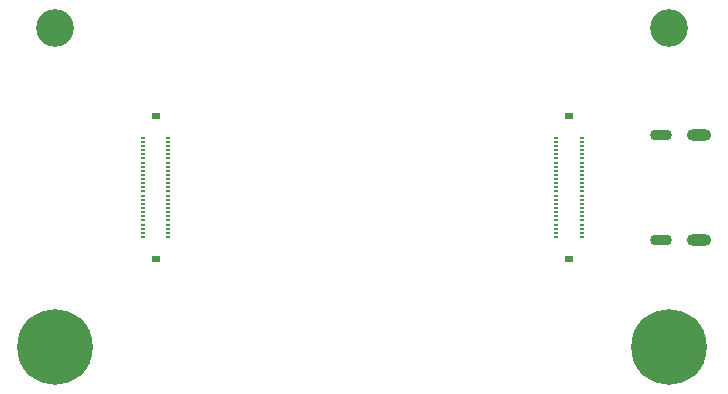
<source format=gbr>
%TF.GenerationSoftware,KiCad,Pcbnew,(6.0.9)*%
%TF.CreationDate,2022-12-01T07:32:15+10:00*%
%TF.ProjectId,NRF52Motherboard,4e524635-324d-46f7-9468-6572626f6172,rev?*%
%TF.SameCoordinates,Original*%
%TF.FileFunction,Soldermask,Bot*%
%TF.FilePolarity,Negative*%
%FSLAX46Y46*%
G04 Gerber Fmt 4.6, Leading zero omitted, Abs format (unit mm)*
G04 Created by KiCad (PCBNEW (6.0.9)) date 2022-12-01 07:32:15*
%MOMM*%
%LPD*%
G01*
G04 APERTURE LIST*
%ADD10C,3.200000*%
%ADD11C,6.400000*%
%ADD12C,0.800000*%
%ADD13O,2.050000X1.025000*%
%ADD14O,1.850000X0.925000*%
%ADD15R,0.405000X0.180000*%
%ADD16R,0.760000X0.490000*%
G04 APERTURE END LIST*
D10*
%TO.C,H3*%
X126000000Y-96200000D03*
%TD*%
%TO.C,H1*%
X74000000Y-96200000D03*
%TD*%
D11*
%TO.C,H2*%
X74000000Y-123200000D03*
D12*
X74000000Y-125600000D03*
X76400000Y-123200000D03*
X72302944Y-124897056D03*
X71600000Y-123200000D03*
X75697056Y-124897056D03*
X74000000Y-120800000D03*
X72302944Y-121502944D03*
X75697056Y-121502944D03*
%TD*%
%TO.C,H4*%
X128400000Y-123200000D03*
X126000000Y-125600000D03*
X124302944Y-124897056D03*
X127697056Y-124897056D03*
X126000000Y-120800000D03*
X123600000Y-123200000D03*
X127697056Y-121502944D03*
X124302944Y-121502944D03*
D11*
X126000000Y-123200000D03*
%TD*%
D13*
%TO.C,J3*%
X128500000Y-114150000D03*
X128500000Y-105250000D03*
D14*
X125300000Y-114150000D03*
X125300000Y-105250000D03*
%TD*%
D15*
%TO.C,J5*%
X83597500Y-105500000D03*
X81402500Y-105500000D03*
X83597500Y-105850000D03*
X81402500Y-105850000D03*
X83597500Y-106200000D03*
X81402500Y-106200000D03*
X83597500Y-106550000D03*
X81402500Y-106550000D03*
X83597500Y-106900000D03*
X81402500Y-106900000D03*
X83597500Y-107250000D03*
X81402500Y-107250000D03*
X83597500Y-107600000D03*
X81402500Y-107600000D03*
X83597500Y-107950000D03*
X81402500Y-107950000D03*
X83597500Y-108300000D03*
X81402500Y-108300000D03*
X83597500Y-108650000D03*
X81402500Y-108650000D03*
X83597500Y-109000000D03*
X81402500Y-109000000D03*
X83597500Y-109350000D03*
X81402500Y-109350000D03*
X83597500Y-109700000D03*
X81402500Y-109700000D03*
X83597500Y-110050000D03*
X81402500Y-110050000D03*
X83597500Y-110400000D03*
X81402500Y-110400000D03*
X83597500Y-110750000D03*
X81402500Y-110750000D03*
X83597500Y-111100000D03*
X81402500Y-111100000D03*
X83597500Y-111450000D03*
X81402500Y-111450000D03*
X83597500Y-111800000D03*
X81402500Y-111800000D03*
X83597500Y-112150000D03*
X81402500Y-112150000D03*
X83597500Y-112500000D03*
X81402500Y-112500000D03*
X83597500Y-112850000D03*
X81402500Y-112850000D03*
X83597500Y-113200000D03*
X81402500Y-113200000D03*
X83597500Y-113550000D03*
X81402500Y-113550000D03*
X83597500Y-113900000D03*
X81402500Y-113900000D03*
D16*
X82500000Y-115780000D03*
X82500000Y-103620000D03*
%TD*%
D15*
%TO.C,J4*%
X118597500Y-105500000D03*
X116402500Y-105500000D03*
X118597500Y-105850000D03*
X116402500Y-105850000D03*
X118597500Y-106200000D03*
X116402500Y-106200000D03*
X118597500Y-106550000D03*
X116402500Y-106550000D03*
X118597500Y-106900000D03*
X116402500Y-106900000D03*
X118597500Y-107250000D03*
X116402500Y-107250000D03*
X118597500Y-107600000D03*
X116402500Y-107600000D03*
X118597500Y-107950000D03*
X116402500Y-107950000D03*
X118597500Y-108300000D03*
X116402500Y-108300000D03*
X118597500Y-108650000D03*
X116402500Y-108650000D03*
X118597500Y-109000000D03*
X116402500Y-109000000D03*
X118597500Y-109350000D03*
X116402500Y-109350000D03*
X118597500Y-109700000D03*
X116402500Y-109700000D03*
X118597500Y-110050000D03*
X116402500Y-110050000D03*
X118597500Y-110400000D03*
X116402500Y-110400000D03*
X118597500Y-110750000D03*
X116402500Y-110750000D03*
X118597500Y-111100000D03*
X116402500Y-111100000D03*
X118597500Y-111450000D03*
X116402500Y-111450000D03*
X118597500Y-111800000D03*
X116402500Y-111800000D03*
X118597500Y-112150000D03*
X116402500Y-112150000D03*
X118597500Y-112500000D03*
X116402500Y-112500000D03*
X118597500Y-112850000D03*
X116402500Y-112850000D03*
X118597500Y-113200000D03*
X116402500Y-113200000D03*
X118597500Y-113550000D03*
X116402500Y-113550000D03*
X118597500Y-113900000D03*
X116402500Y-113900000D03*
D16*
X117500000Y-115780000D03*
X117500000Y-103620000D03*
%TD*%
M02*

</source>
